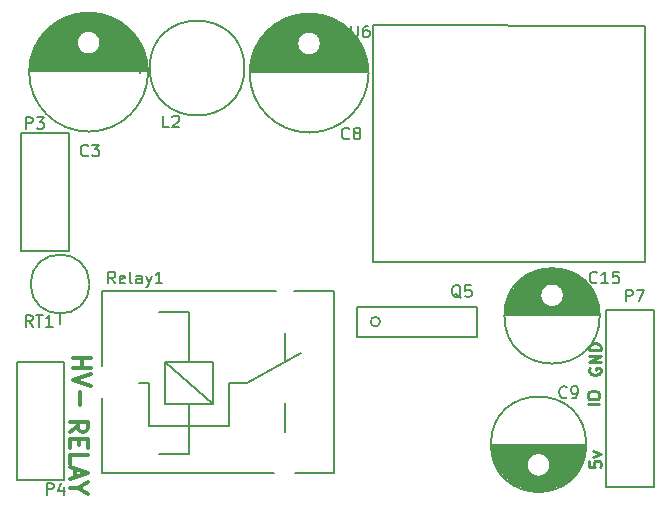
<source format=gbr>
G04 #@! TF.FileFunction,Legend,Top*
%FSLAX46Y46*%
G04 Gerber Fmt 4.6, Leading zero omitted, Abs format (unit mm)*
G04 Created by KiCad (PCBNEW 201611132049+7352~55~ubuntu16.04.1-product) date Tue Nov 15 13:48:38 2016*
%MOMM*%
%LPD*%
G01*
G04 APERTURE LIST*
%ADD10C,0.100000*%
%ADD11C,0.250000*%
%ADD12C,0.300000*%
%ADD13C,0.150000*%
G04 APERTURE END LIST*
D10*
D11*
X136279000Y-120268904D02*
X136231380Y-120364142D01*
X136231380Y-120507000D01*
X136279000Y-120649857D01*
X136374238Y-120745095D01*
X136469476Y-120792714D01*
X136659952Y-120840333D01*
X136802809Y-120840333D01*
X136993285Y-120792714D01*
X137088523Y-120745095D01*
X137183761Y-120649857D01*
X137231380Y-120507000D01*
X137231380Y-120411761D01*
X137183761Y-120268904D01*
X137136142Y-120221285D01*
X136802809Y-120221285D01*
X136802809Y-120411761D01*
X137231380Y-119792714D02*
X136231380Y-119792714D01*
X137231380Y-119221285D01*
X136231380Y-119221285D01*
X137231380Y-118745095D02*
X136231380Y-118745095D01*
X136231380Y-118507000D01*
X136279000Y-118364142D01*
X136374238Y-118268904D01*
X136469476Y-118221285D01*
X136659952Y-118173666D01*
X136802809Y-118173666D01*
X136993285Y-118221285D01*
X137088523Y-118268904D01*
X137183761Y-118364142D01*
X137231380Y-118507000D01*
X137231380Y-118745095D01*
X137104380Y-123332809D02*
X136104380Y-123332809D01*
X136104380Y-122666142D02*
X136104380Y-122475666D01*
X136152000Y-122380428D01*
X136247238Y-122285190D01*
X136437714Y-122237571D01*
X136771047Y-122237571D01*
X136961523Y-122285190D01*
X137056761Y-122380428D01*
X137104380Y-122475666D01*
X137104380Y-122666142D01*
X137056761Y-122761380D01*
X136961523Y-122856619D01*
X136771047Y-122904238D01*
X136437714Y-122904238D01*
X136247238Y-122856619D01*
X136152000Y-122761380D01*
X136104380Y-122666142D01*
X136231380Y-128158857D02*
X136231380Y-128635047D01*
X136707571Y-128682666D01*
X136659952Y-128635047D01*
X136612333Y-128539809D01*
X136612333Y-128301714D01*
X136659952Y-128206476D01*
X136707571Y-128158857D01*
X136802809Y-128111238D01*
X137040904Y-128111238D01*
X137136142Y-128158857D01*
X137183761Y-128206476D01*
X137231380Y-128301714D01*
X137231380Y-128539809D01*
X137183761Y-128635047D01*
X137136142Y-128682666D01*
X136564714Y-127777904D02*
X137231380Y-127539809D01*
X136564714Y-127301714D01*
D12*
X92285428Y-125654857D02*
X92999714Y-125154857D01*
X92285428Y-124797714D02*
X93785428Y-124797714D01*
X93785428Y-125369142D01*
X93714000Y-125512000D01*
X93642571Y-125583428D01*
X93499714Y-125654857D01*
X93285428Y-125654857D01*
X93142571Y-125583428D01*
X93071142Y-125512000D01*
X92999714Y-125369142D01*
X92999714Y-124797714D01*
X93071142Y-126297714D02*
X93071142Y-126797714D01*
X92285428Y-127012000D02*
X92285428Y-126297714D01*
X93785428Y-126297714D01*
X93785428Y-127012000D01*
X92285428Y-128369142D02*
X92285428Y-127654857D01*
X93785428Y-127654857D01*
X92714000Y-128797714D02*
X92714000Y-129512000D01*
X92285428Y-128654857D02*
X93785428Y-129154857D01*
X92285428Y-129654857D01*
X92999714Y-130440571D02*
X92285428Y-130440571D01*
X93785428Y-129940571D02*
X92999714Y-130440571D01*
X93785428Y-130940571D01*
X92539428Y-119412000D02*
X94039428Y-119412000D01*
X93325142Y-119412000D02*
X93325142Y-120269142D01*
X92539428Y-120269142D02*
X94039428Y-120269142D01*
X94039428Y-120769142D02*
X92539428Y-121269142D01*
X94039428Y-121769142D01*
X93110857Y-122269142D02*
X93110857Y-123412000D01*
D13*
X129097000Y-115777000D02*
X137095000Y-115777000D01*
X129102000Y-115637000D02*
X137090000Y-115637000D01*
X129112000Y-115497000D02*
X137080000Y-115497000D01*
X129127000Y-115357000D02*
X137065000Y-115357000D01*
X129147000Y-115217000D02*
X137045000Y-115217000D01*
X129172000Y-115077000D02*
X132874000Y-115077000D01*
X133318000Y-115077000D02*
X137020000Y-115077000D01*
X129202000Y-114937000D02*
X132546000Y-114937000D01*
X133646000Y-114937000D02*
X136990000Y-114937000D01*
X129238000Y-114797000D02*
X132377000Y-114797000D01*
X133815000Y-114797000D02*
X136954000Y-114797000D01*
X129279000Y-114657000D02*
X132264000Y-114657000D01*
X133928000Y-114657000D02*
X136913000Y-114657000D01*
X129325000Y-114517000D02*
X132186000Y-114517000D01*
X134006000Y-114517000D02*
X136867000Y-114517000D01*
X129378000Y-114377000D02*
X132135000Y-114377000D01*
X134057000Y-114377000D02*
X136814000Y-114377000D01*
X129437000Y-114237000D02*
X132105000Y-114237000D01*
X134087000Y-114237000D02*
X136755000Y-114237000D01*
X129502000Y-114097000D02*
X132096000Y-114097000D01*
X134096000Y-114097000D02*
X136690000Y-114097000D01*
X129573000Y-113957000D02*
X132107000Y-113957000D01*
X134085000Y-113957000D02*
X136619000Y-113957000D01*
X129652000Y-113817000D02*
X132137000Y-113817000D01*
X134055000Y-113817000D02*
X136540000Y-113817000D01*
X129739000Y-113677000D02*
X132191000Y-113677000D01*
X134001000Y-113677000D02*
X136453000Y-113677000D01*
X129834000Y-113537000D02*
X132271000Y-113537000D01*
X133921000Y-113537000D02*
X136358000Y-113537000D01*
X129938000Y-113397000D02*
X132387000Y-113397000D01*
X133805000Y-113397000D02*
X136254000Y-113397000D01*
X130052000Y-113257000D02*
X132561000Y-113257000D01*
X133631000Y-113257000D02*
X136140000Y-113257000D01*
X130177000Y-113117000D02*
X132923000Y-113117000D01*
X133269000Y-113117000D02*
X136015000Y-113117000D01*
X130315000Y-112977000D02*
X135877000Y-112977000D01*
X130467000Y-112837000D02*
X135725000Y-112837000D01*
X130637000Y-112697000D02*
X135555000Y-112697000D01*
X130828000Y-112557000D02*
X135364000Y-112557000D01*
X131046000Y-112417000D02*
X135146000Y-112417000D01*
X131302000Y-112277000D02*
X134890000Y-112277000D01*
X131613000Y-112137000D02*
X134579000Y-112137000D01*
X132029000Y-111997000D02*
X134163000Y-111997000D01*
X132896000Y-111857000D02*
X133296000Y-111857000D01*
X134096000Y-114102000D02*
G75*
G03X134096000Y-114102000I-1000000J0D01*
G01*
X137133500Y-115852000D02*
G75*
G03X137133500Y-115852000I-4037500J0D01*
G01*
X91440000Y-115557300D02*
X91440000Y-116558060D01*
X93939360Y-113157000D02*
G75*
G03X93939360Y-113157000I-2499360J0D01*
G01*
X111297200Y-129181900D02*
X114597200Y-129181900D01*
X114597200Y-129181900D02*
X114597200Y-113781900D01*
X114597200Y-113781900D02*
X111247200Y-113781900D01*
X94997200Y-122831900D02*
X94997200Y-129181900D01*
X94997200Y-129181900D02*
X109547200Y-129181900D01*
X94997200Y-120081900D02*
X94997200Y-113781900D01*
X94997200Y-113781900D02*
X109747200Y-113781900D01*
X94997200Y-113831900D02*
X94997200Y-120081900D01*
X110447200Y-125681900D02*
X110447200Y-123231900D01*
X110447200Y-117281900D02*
X110447200Y-119781900D01*
X99847200Y-127531900D02*
X102347200Y-127531900D01*
X98947200Y-121531900D02*
X98147200Y-121531900D01*
X102347200Y-115531900D02*
X99847200Y-115531900D01*
X105747200Y-121531900D02*
X107247200Y-121531900D01*
X107247200Y-121531900D02*
X111847200Y-119031900D01*
X105747200Y-125131900D02*
X98947200Y-125131900D01*
X105747200Y-121531900D02*
X105747200Y-125131900D01*
X98947200Y-121531900D02*
X98947200Y-125131900D01*
X102347200Y-115531900D02*
X102347200Y-119731900D01*
X102347200Y-123331900D02*
X102347200Y-127531900D01*
X104347200Y-123331900D02*
X100347200Y-119731900D01*
X100347200Y-123331900D02*
X100347200Y-119731900D01*
X100347200Y-119731900D02*
X104347200Y-119731900D01*
X104347200Y-119731900D02*
X104347200Y-123331900D01*
X104347200Y-123331900D02*
X100347200Y-123331900D01*
X88854000Y-95135000D02*
X98852000Y-95135000D01*
X88858000Y-94995000D02*
X98848000Y-94995000D01*
X88866000Y-94855000D02*
X98840000Y-94855000D01*
X88878000Y-94715000D02*
X98828000Y-94715000D01*
X88893000Y-94575000D02*
X98813000Y-94575000D01*
X88913000Y-94435000D02*
X98793000Y-94435000D01*
X88937000Y-94295000D02*
X98769000Y-94295000D01*
X88966000Y-94155000D02*
X98740000Y-94155000D01*
X88998000Y-94015000D02*
X98708000Y-94015000D01*
X89035000Y-93875000D02*
X98671000Y-93875000D01*
X89076000Y-93735000D02*
X98630000Y-93735000D01*
X89121000Y-93595000D02*
X93387000Y-93595000D01*
X94319000Y-93595000D02*
X98585000Y-93595000D01*
X89171000Y-93455000D02*
X93186000Y-93455000D01*
X94520000Y-93455000D02*
X98535000Y-93455000D01*
X89226000Y-93315000D02*
X93057000Y-93315000D01*
X94649000Y-93315000D02*
X98480000Y-93315000D01*
X89286000Y-93175000D02*
X92968000Y-93175000D01*
X94738000Y-93175000D02*
X98420000Y-93175000D01*
X89351000Y-93035000D02*
X92907000Y-93035000D01*
X94799000Y-93035000D02*
X98355000Y-93035000D01*
X89421000Y-92895000D02*
X92870000Y-92895000D01*
X94836000Y-92895000D02*
X98285000Y-92895000D01*
X89497000Y-92755000D02*
X92854000Y-92755000D01*
X94852000Y-92755000D02*
X98209000Y-92755000D01*
X89579000Y-92615000D02*
X92858000Y-92615000D01*
X94848000Y-92615000D02*
X98127000Y-92615000D01*
X89667000Y-92475000D02*
X92881000Y-92475000D01*
X94825000Y-92475000D02*
X98039000Y-92475000D01*
X89762000Y-92335000D02*
X92926000Y-92335000D01*
X94780000Y-92335000D02*
X97944000Y-92335000D01*
X89864000Y-92195000D02*
X92996000Y-92195000D01*
X94710000Y-92195000D02*
X97842000Y-92195000D01*
X89974000Y-92055000D02*
X93097000Y-92055000D01*
X94609000Y-92055000D02*
X97732000Y-92055000D01*
X90092000Y-91915000D02*
X93246000Y-91915000D01*
X94460000Y-91915000D02*
X97614000Y-91915000D01*
X90220000Y-91775000D02*
X93498000Y-91775000D01*
X94208000Y-91775000D02*
X97486000Y-91775000D01*
X90357000Y-91635000D02*
X97349000Y-91635000D01*
X90507000Y-91495000D02*
X97199000Y-91495000D01*
X90669000Y-91355000D02*
X97037000Y-91355000D01*
X90846000Y-91215000D02*
X96860000Y-91215000D01*
X91042000Y-91075000D02*
X96664000Y-91075000D01*
X91260000Y-90935000D02*
X96446000Y-90935000D01*
X91506000Y-90795000D02*
X96200000Y-90795000D01*
X91791000Y-90655000D02*
X95915000Y-90655000D01*
X92133000Y-90515000D02*
X95573000Y-90515000D01*
X92579000Y-90375000D02*
X95127000Y-90375000D01*
X93354000Y-90235000D02*
X94352000Y-90235000D01*
X94853000Y-92710000D02*
G75*
G03X94853000Y-92710000I-1000000J0D01*
G01*
X98890500Y-95210000D02*
G75*
G03X98890500Y-95210000I-5037500J0D01*
G01*
X107523000Y-95215000D02*
X117521000Y-95215000D01*
X107527000Y-95075000D02*
X117517000Y-95075000D01*
X107535000Y-94935000D02*
X117509000Y-94935000D01*
X107547000Y-94795000D02*
X117497000Y-94795000D01*
X107562000Y-94655000D02*
X117482000Y-94655000D01*
X107582000Y-94515000D02*
X117462000Y-94515000D01*
X107606000Y-94375000D02*
X117438000Y-94375000D01*
X107635000Y-94235000D02*
X117409000Y-94235000D01*
X107667000Y-94095000D02*
X117377000Y-94095000D01*
X107704000Y-93955000D02*
X117340000Y-93955000D01*
X107745000Y-93815000D02*
X117299000Y-93815000D01*
X107790000Y-93675000D02*
X112056000Y-93675000D01*
X112988000Y-93675000D02*
X117254000Y-93675000D01*
X107840000Y-93535000D02*
X111855000Y-93535000D01*
X113189000Y-93535000D02*
X117204000Y-93535000D01*
X107895000Y-93395000D02*
X111726000Y-93395000D01*
X113318000Y-93395000D02*
X117149000Y-93395000D01*
X107955000Y-93255000D02*
X111637000Y-93255000D01*
X113407000Y-93255000D02*
X117089000Y-93255000D01*
X108020000Y-93115000D02*
X111576000Y-93115000D01*
X113468000Y-93115000D02*
X117024000Y-93115000D01*
X108090000Y-92975000D02*
X111539000Y-92975000D01*
X113505000Y-92975000D02*
X116954000Y-92975000D01*
X108166000Y-92835000D02*
X111523000Y-92835000D01*
X113521000Y-92835000D02*
X116878000Y-92835000D01*
X108248000Y-92695000D02*
X111527000Y-92695000D01*
X113517000Y-92695000D02*
X116796000Y-92695000D01*
X108336000Y-92555000D02*
X111550000Y-92555000D01*
X113494000Y-92555000D02*
X116708000Y-92555000D01*
X108431000Y-92415000D02*
X111595000Y-92415000D01*
X113449000Y-92415000D02*
X116613000Y-92415000D01*
X108533000Y-92275000D02*
X111665000Y-92275000D01*
X113379000Y-92275000D02*
X116511000Y-92275000D01*
X108643000Y-92135000D02*
X111766000Y-92135000D01*
X113278000Y-92135000D02*
X116401000Y-92135000D01*
X108761000Y-91995000D02*
X111915000Y-91995000D01*
X113129000Y-91995000D02*
X116283000Y-91995000D01*
X108889000Y-91855000D02*
X112167000Y-91855000D01*
X112877000Y-91855000D02*
X116155000Y-91855000D01*
X109026000Y-91715000D02*
X116018000Y-91715000D01*
X109176000Y-91575000D02*
X115868000Y-91575000D01*
X109338000Y-91435000D02*
X115706000Y-91435000D01*
X109515000Y-91295000D02*
X115529000Y-91295000D01*
X109711000Y-91155000D02*
X115333000Y-91155000D01*
X109929000Y-91015000D02*
X115115000Y-91015000D01*
X110175000Y-90875000D02*
X114869000Y-90875000D01*
X110460000Y-90735000D02*
X114584000Y-90735000D01*
X110802000Y-90595000D02*
X114242000Y-90595000D01*
X111248000Y-90455000D02*
X113796000Y-90455000D01*
X112023000Y-90315000D02*
X113021000Y-90315000D01*
X113522000Y-92790000D02*
G75*
G03X113522000Y-92790000I-1000000J0D01*
G01*
X117559500Y-95290000D02*
G75*
G03X117559500Y-95290000I-5037500J0D01*
G01*
X135952000Y-126793000D02*
X127954000Y-126793000D01*
X135947000Y-126933000D02*
X127959000Y-126933000D01*
X135937000Y-127073000D02*
X127969000Y-127073000D01*
X135922000Y-127213000D02*
X127984000Y-127213000D01*
X135902000Y-127353000D02*
X128004000Y-127353000D01*
X135877000Y-127493000D02*
X132175000Y-127493000D01*
X131731000Y-127493000D02*
X128029000Y-127493000D01*
X135847000Y-127633000D02*
X132503000Y-127633000D01*
X131403000Y-127633000D02*
X128059000Y-127633000D01*
X135811000Y-127773000D02*
X132672000Y-127773000D01*
X131234000Y-127773000D02*
X128095000Y-127773000D01*
X135770000Y-127913000D02*
X132785000Y-127913000D01*
X131121000Y-127913000D02*
X128136000Y-127913000D01*
X135724000Y-128053000D02*
X132863000Y-128053000D01*
X131043000Y-128053000D02*
X128182000Y-128053000D01*
X135671000Y-128193000D02*
X132914000Y-128193000D01*
X130992000Y-128193000D02*
X128235000Y-128193000D01*
X135612000Y-128333000D02*
X132944000Y-128333000D01*
X130962000Y-128333000D02*
X128294000Y-128333000D01*
X135547000Y-128473000D02*
X132953000Y-128473000D01*
X130953000Y-128473000D02*
X128359000Y-128473000D01*
X135476000Y-128613000D02*
X132942000Y-128613000D01*
X130964000Y-128613000D02*
X128430000Y-128613000D01*
X135397000Y-128753000D02*
X132912000Y-128753000D01*
X130994000Y-128753000D02*
X128509000Y-128753000D01*
X135310000Y-128893000D02*
X132858000Y-128893000D01*
X131048000Y-128893000D02*
X128596000Y-128893000D01*
X135215000Y-129033000D02*
X132778000Y-129033000D01*
X131128000Y-129033000D02*
X128691000Y-129033000D01*
X135111000Y-129173000D02*
X132662000Y-129173000D01*
X131244000Y-129173000D02*
X128795000Y-129173000D01*
X134997000Y-129313000D02*
X132488000Y-129313000D01*
X131418000Y-129313000D02*
X128909000Y-129313000D01*
X134872000Y-129453000D02*
X132126000Y-129453000D01*
X131780000Y-129453000D02*
X129034000Y-129453000D01*
X134734000Y-129593000D02*
X129172000Y-129593000D01*
X134582000Y-129733000D02*
X129324000Y-129733000D01*
X134412000Y-129873000D02*
X129494000Y-129873000D01*
X134221000Y-130013000D02*
X129685000Y-130013000D01*
X134003000Y-130153000D02*
X129903000Y-130153000D01*
X133747000Y-130293000D02*
X130159000Y-130293000D01*
X133436000Y-130433000D02*
X130470000Y-130433000D01*
X133020000Y-130573000D02*
X130886000Y-130573000D01*
X132153000Y-130713000D02*
X131753000Y-130713000D01*
X132953000Y-128468000D02*
G75*
G03X132953000Y-128468000I-1000000J0D01*
G01*
X135990500Y-126718000D02*
G75*
G03X135990500Y-126718000I-4037500J0D01*
G01*
X137693400Y-115341400D02*
X137693400Y-125323600D01*
X141706600Y-115341400D02*
X137693400Y-115341400D01*
X141706600Y-125323600D02*
X141706600Y-115341400D01*
X139700000Y-130327400D02*
X141706600Y-130327400D01*
X141706600Y-130327400D02*
X141706600Y-120345200D01*
X137693400Y-120345200D02*
X137693400Y-130327400D01*
X137693400Y-130327400D02*
X141706600Y-130327400D01*
X118536000Y-116332000D02*
G75*
G03X118536000Y-116332000I-400000J0D01*
G01*
X116586000Y-115062000D02*
X126746000Y-115062000D01*
X116586000Y-117602000D02*
X116586000Y-115062000D01*
X126746000Y-117602000D02*
X116586000Y-117602000D01*
X126746000Y-115062000D02*
X126746000Y-117602000D01*
X117957600Y-91224100D02*
X140944600Y-91274900D01*
X117957600Y-111264700D02*
X117957600Y-91224100D01*
X140944600Y-111264700D02*
X117957600Y-111264700D01*
X140944600Y-111264700D02*
X140944600Y-91274900D01*
X107051774Y-94869000D02*
G75*
G03X107051774Y-94869000I-4014774J0D01*
G01*
X88163400Y-110337600D02*
X92176600Y-110337600D01*
X88163400Y-100355400D02*
X88163400Y-110337600D01*
X92176600Y-100355400D02*
X88163400Y-100355400D01*
X92176600Y-110337600D02*
X92176600Y-100355400D01*
X90170000Y-110337600D02*
X92176600Y-110337600D01*
X89789000Y-119786400D02*
X87782400Y-119786400D01*
X87782400Y-119786400D02*
X87782400Y-129768600D01*
X87782400Y-129768600D02*
X91795600Y-129768600D01*
X91795600Y-129768600D02*
X91795600Y-119786400D01*
X91795600Y-119786400D02*
X87782400Y-119786400D01*
X136898142Y-113006142D02*
X136850523Y-113053761D01*
X136707666Y-113101380D01*
X136612428Y-113101380D01*
X136469571Y-113053761D01*
X136374333Y-112958523D01*
X136326714Y-112863285D01*
X136279095Y-112672809D01*
X136279095Y-112529952D01*
X136326714Y-112339476D01*
X136374333Y-112244238D01*
X136469571Y-112149000D01*
X136612428Y-112101380D01*
X136707666Y-112101380D01*
X136850523Y-112149000D01*
X136898142Y-112196619D01*
X137850523Y-113101380D02*
X137279095Y-113101380D01*
X137564809Y-113101380D02*
X137564809Y-112101380D01*
X137469571Y-112244238D01*
X137374333Y-112339476D01*
X137279095Y-112387095D01*
X138755285Y-112101380D02*
X138279095Y-112101380D01*
X138231476Y-112577571D01*
X138279095Y-112529952D01*
X138374333Y-112482333D01*
X138612428Y-112482333D01*
X138707666Y-112529952D01*
X138755285Y-112577571D01*
X138802904Y-112672809D01*
X138802904Y-112910904D01*
X138755285Y-113006142D01*
X138707666Y-113053761D01*
X138612428Y-113101380D01*
X138374333Y-113101380D01*
X138279095Y-113053761D01*
X138231476Y-113006142D01*
X89114380Y-116784380D02*
X88781047Y-116308190D01*
X88542952Y-116784380D02*
X88542952Y-115784380D01*
X88923904Y-115784380D01*
X89019142Y-115832000D01*
X89066761Y-115879619D01*
X89114380Y-115974857D01*
X89114380Y-116117714D01*
X89066761Y-116212952D01*
X89019142Y-116260571D01*
X88923904Y-116308190D01*
X88542952Y-116308190D01*
X89400095Y-115784380D02*
X89971523Y-115784380D01*
X89685809Y-116784380D02*
X89685809Y-115784380D01*
X90828666Y-116784380D02*
X90257238Y-116784380D01*
X90542952Y-116784380D02*
X90542952Y-115784380D01*
X90447714Y-115927238D01*
X90352476Y-116022476D01*
X90257238Y-116070095D01*
X96099523Y-113101380D02*
X95766190Y-112625190D01*
X95528095Y-113101380D02*
X95528095Y-112101380D01*
X95909047Y-112101380D01*
X96004285Y-112149000D01*
X96051904Y-112196619D01*
X96099523Y-112291857D01*
X96099523Y-112434714D01*
X96051904Y-112529952D01*
X96004285Y-112577571D01*
X95909047Y-112625190D01*
X95528095Y-112625190D01*
X96909047Y-113053761D02*
X96813809Y-113101380D01*
X96623333Y-113101380D01*
X96528095Y-113053761D01*
X96480476Y-112958523D01*
X96480476Y-112577571D01*
X96528095Y-112482333D01*
X96623333Y-112434714D01*
X96813809Y-112434714D01*
X96909047Y-112482333D01*
X96956666Y-112577571D01*
X96956666Y-112672809D01*
X96480476Y-112768047D01*
X97528095Y-113101380D02*
X97432857Y-113053761D01*
X97385238Y-112958523D01*
X97385238Y-112101380D01*
X98337619Y-113101380D02*
X98337619Y-112577571D01*
X98290000Y-112482333D01*
X98194761Y-112434714D01*
X98004285Y-112434714D01*
X97909047Y-112482333D01*
X98337619Y-113053761D02*
X98242380Y-113101380D01*
X98004285Y-113101380D01*
X97909047Y-113053761D01*
X97861428Y-112958523D01*
X97861428Y-112863285D01*
X97909047Y-112768047D01*
X98004285Y-112720428D01*
X98242380Y-112720428D01*
X98337619Y-112672809D01*
X98718571Y-112434714D02*
X98956666Y-113101380D01*
X99194761Y-112434714D02*
X98956666Y-113101380D01*
X98861428Y-113339476D01*
X98813809Y-113387095D01*
X98718571Y-113434714D01*
X100099523Y-113101380D02*
X99528095Y-113101380D01*
X99813809Y-113101380D02*
X99813809Y-112101380D01*
X99718571Y-112244238D01*
X99623333Y-112339476D01*
X99528095Y-112387095D01*
X93813333Y-102258142D02*
X93765714Y-102305761D01*
X93622857Y-102353380D01*
X93527619Y-102353380D01*
X93384761Y-102305761D01*
X93289523Y-102210523D01*
X93241904Y-102115285D01*
X93194285Y-101924809D01*
X93194285Y-101781952D01*
X93241904Y-101591476D01*
X93289523Y-101496238D01*
X93384761Y-101401000D01*
X93527619Y-101353380D01*
X93622857Y-101353380D01*
X93765714Y-101401000D01*
X93813333Y-101448619D01*
X94146666Y-101353380D02*
X94765714Y-101353380D01*
X94432380Y-101734333D01*
X94575238Y-101734333D01*
X94670476Y-101781952D01*
X94718095Y-101829571D01*
X94765714Y-101924809D01*
X94765714Y-102162904D01*
X94718095Y-102258142D01*
X94670476Y-102305761D01*
X94575238Y-102353380D01*
X94289523Y-102353380D01*
X94194285Y-102305761D01*
X94146666Y-102258142D01*
X115911333Y-100814142D02*
X115863714Y-100861761D01*
X115720857Y-100909380D01*
X115625619Y-100909380D01*
X115482761Y-100861761D01*
X115387523Y-100766523D01*
X115339904Y-100671285D01*
X115292285Y-100480809D01*
X115292285Y-100337952D01*
X115339904Y-100147476D01*
X115387523Y-100052238D01*
X115482761Y-99957000D01*
X115625619Y-99909380D01*
X115720857Y-99909380D01*
X115863714Y-99957000D01*
X115911333Y-100004619D01*
X116482761Y-100337952D02*
X116387523Y-100290333D01*
X116339904Y-100242714D01*
X116292285Y-100147476D01*
X116292285Y-100099857D01*
X116339904Y-100004619D01*
X116387523Y-99957000D01*
X116482761Y-99909380D01*
X116673238Y-99909380D01*
X116768476Y-99957000D01*
X116816095Y-100004619D01*
X116863714Y-100099857D01*
X116863714Y-100147476D01*
X116816095Y-100242714D01*
X116768476Y-100290333D01*
X116673238Y-100337952D01*
X116482761Y-100337952D01*
X116387523Y-100385571D01*
X116339904Y-100433190D01*
X116292285Y-100528428D01*
X116292285Y-100718904D01*
X116339904Y-100814142D01*
X116387523Y-100861761D01*
X116482761Y-100909380D01*
X116673238Y-100909380D01*
X116768476Y-100861761D01*
X116816095Y-100814142D01*
X116863714Y-100718904D01*
X116863714Y-100528428D01*
X116816095Y-100433190D01*
X116768476Y-100385571D01*
X116673238Y-100337952D01*
X134326333Y-122721642D02*
X134278714Y-122769261D01*
X134135857Y-122816880D01*
X134040619Y-122816880D01*
X133897761Y-122769261D01*
X133802523Y-122674023D01*
X133754904Y-122578785D01*
X133707285Y-122388309D01*
X133707285Y-122245452D01*
X133754904Y-122054976D01*
X133802523Y-121959738D01*
X133897761Y-121864500D01*
X134040619Y-121816880D01*
X134135857Y-121816880D01*
X134278714Y-121864500D01*
X134326333Y-121912119D01*
X134802523Y-122816880D02*
X134993000Y-122816880D01*
X135088238Y-122769261D01*
X135135857Y-122721642D01*
X135231095Y-122578785D01*
X135278714Y-122388309D01*
X135278714Y-122007357D01*
X135231095Y-121912119D01*
X135183476Y-121864500D01*
X135088238Y-121816880D01*
X134897761Y-121816880D01*
X134802523Y-121864500D01*
X134754904Y-121912119D01*
X134707285Y-122007357D01*
X134707285Y-122245452D01*
X134754904Y-122340690D01*
X134802523Y-122388309D01*
X134897761Y-122435928D01*
X135088238Y-122435928D01*
X135183476Y-122388309D01*
X135231095Y-122340690D01*
X135278714Y-122245452D01*
X139342904Y-114625380D02*
X139342904Y-113625380D01*
X139723857Y-113625380D01*
X139819095Y-113673000D01*
X139866714Y-113720619D01*
X139914333Y-113815857D01*
X139914333Y-113958714D01*
X139866714Y-114053952D01*
X139819095Y-114101571D01*
X139723857Y-114149190D01*
X139342904Y-114149190D01*
X140247666Y-113625380D02*
X140914333Y-113625380D01*
X140485761Y-114625380D01*
X125380761Y-114339619D02*
X125285523Y-114292000D01*
X125190285Y-114196761D01*
X125047428Y-114053904D01*
X124952190Y-114006285D01*
X124856952Y-114006285D01*
X124904571Y-114244380D02*
X124809333Y-114196761D01*
X124714095Y-114101523D01*
X124666476Y-113911047D01*
X124666476Y-113577714D01*
X124714095Y-113387238D01*
X124809333Y-113292000D01*
X124904571Y-113244380D01*
X125095047Y-113244380D01*
X125190285Y-113292000D01*
X125285523Y-113387238D01*
X125333142Y-113577714D01*
X125333142Y-113911047D01*
X125285523Y-114101523D01*
X125190285Y-114196761D01*
X125095047Y-114244380D01*
X124904571Y-114244380D01*
X126237904Y-113244380D02*
X125761714Y-113244380D01*
X125714095Y-113720571D01*
X125761714Y-113672952D01*
X125856952Y-113625333D01*
X126095047Y-113625333D01*
X126190285Y-113672952D01*
X126237904Y-113720571D01*
X126285523Y-113815809D01*
X126285523Y-114053904D01*
X126237904Y-114149142D01*
X126190285Y-114196761D01*
X126095047Y-114244380D01*
X125856952Y-114244380D01*
X125761714Y-114196761D01*
X125714095Y-114149142D01*
X116078095Y-91273380D02*
X116078095Y-92082904D01*
X116125714Y-92178142D01*
X116173333Y-92225761D01*
X116268571Y-92273380D01*
X116459047Y-92273380D01*
X116554285Y-92225761D01*
X116601904Y-92178142D01*
X116649523Y-92082904D01*
X116649523Y-91273380D01*
X117554285Y-91273380D02*
X117363809Y-91273380D01*
X117268571Y-91321000D01*
X117220952Y-91368619D01*
X117125714Y-91511476D01*
X117078095Y-91701952D01*
X117078095Y-92082904D01*
X117125714Y-92178142D01*
X117173333Y-92225761D01*
X117268571Y-92273380D01*
X117459047Y-92273380D01*
X117554285Y-92225761D01*
X117601904Y-92178142D01*
X117649523Y-92082904D01*
X117649523Y-91844809D01*
X117601904Y-91749571D01*
X117554285Y-91701952D01*
X117459047Y-91654333D01*
X117268571Y-91654333D01*
X117173333Y-91701952D01*
X117125714Y-91749571D01*
X117078095Y-91844809D01*
X100671333Y-99893380D02*
X100195142Y-99893380D01*
X100195142Y-98893380D01*
X100957047Y-98988619D02*
X101004666Y-98941000D01*
X101099904Y-98893380D01*
X101338000Y-98893380D01*
X101433238Y-98941000D01*
X101480857Y-98988619D01*
X101528476Y-99083857D01*
X101528476Y-99179095D01*
X101480857Y-99321952D01*
X100909428Y-99893380D01*
X101528476Y-99893380D01*
X97844647Y-94889628D02*
X98606552Y-94889628D01*
X98225600Y-95270580D02*
X98225600Y-94508676D01*
X88542904Y-100020380D02*
X88542904Y-99020380D01*
X88923857Y-99020380D01*
X89019095Y-99068000D01*
X89066714Y-99115619D01*
X89114333Y-99210857D01*
X89114333Y-99353714D01*
X89066714Y-99448952D01*
X89019095Y-99496571D01*
X88923857Y-99544190D01*
X88542904Y-99544190D01*
X89447666Y-99020380D02*
X90066714Y-99020380D01*
X89733380Y-99401333D01*
X89876238Y-99401333D01*
X89971476Y-99448952D01*
X90019095Y-99496571D01*
X90066714Y-99591809D01*
X90066714Y-99829904D01*
X90019095Y-99925142D01*
X89971476Y-99972761D01*
X89876238Y-100020380D01*
X89590523Y-100020380D01*
X89495285Y-99972761D01*
X89447666Y-99925142D01*
X90320904Y-131008380D02*
X90320904Y-130008380D01*
X90701857Y-130008380D01*
X90797095Y-130056000D01*
X90844714Y-130103619D01*
X90892333Y-130198857D01*
X90892333Y-130341714D01*
X90844714Y-130436952D01*
X90797095Y-130484571D01*
X90701857Y-130532190D01*
X90320904Y-130532190D01*
X91749476Y-130341714D02*
X91749476Y-131008380D01*
X91511380Y-129960761D02*
X91273285Y-130675047D01*
X91892333Y-130675047D01*
M02*

</source>
